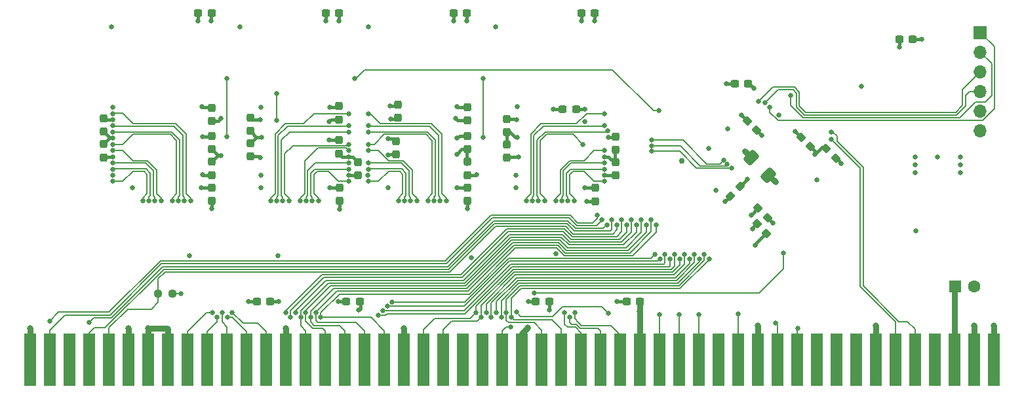
<source format=gbr>
%TF.GenerationSoftware,KiCad,Pcbnew,(6.0.6)*%
%TF.CreationDate,2022-07-10T09:52:36+02:00*%
%TF.ProjectId,GottaGoFaSDZ3,476f7474-6147-46f4-9661-53445a332e6b,rev?*%
%TF.SameCoordinates,Original*%
%TF.FileFunction,Copper,L4,Bot*%
%TF.FilePolarity,Positive*%
%FSLAX46Y46*%
G04 Gerber Fmt 4.6, Leading zero omitted, Abs format (unit mm)*
G04 Created by KiCad (PCBNEW (6.0.6)) date 2022-07-10 09:52:36*
%MOMM*%
%LPD*%
G01*
G04 APERTURE LIST*
G04 Aperture macros list*
%AMRoundRect*
0 Rectangle with rounded corners*
0 $1 Rounding radius*
0 $2 $3 $4 $5 $6 $7 $8 $9 X,Y pos of 4 corners*
0 Add a 4 corners polygon primitive as box body*
4,1,4,$2,$3,$4,$5,$6,$7,$8,$9,$2,$3,0*
0 Add four circle primitives for the rounded corners*
1,1,$1+$1,$2,$3*
1,1,$1+$1,$4,$5*
1,1,$1+$1,$6,$7*
1,1,$1+$1,$8,$9*
0 Add four rect primitives between the rounded corners*
20,1,$1+$1,$2,$3,$4,$5,0*
20,1,$1+$1,$4,$5,$6,$7,0*
20,1,$1+$1,$6,$7,$8,$9,0*
20,1,$1+$1,$8,$9,$2,$3,0*%
G04 Aperture macros list end*
%TA.AperFunction,ComponentPad*%
%ADD10R,1.700000X1.700000*%
%TD*%
%TA.AperFunction,ComponentPad*%
%ADD11O,1.700000X1.700000*%
%TD*%
%TA.AperFunction,ConnectorPad*%
%ADD12R,1.524000X6.754000*%
%TD*%
%TA.AperFunction,ComponentPad*%
%ADD13R,1.600000X1.600000*%
%TD*%
%TA.AperFunction,ComponentPad*%
%ADD14C,1.600000*%
%TD*%
%TA.AperFunction,SMDPad,CuDef*%
%ADD15RoundRect,0.250000X0.751301X0.167938X0.167938X0.751301X-0.751301X-0.167938X-0.167938X-0.751301X0*%
%TD*%
%TA.AperFunction,SMDPad,CuDef*%
%ADD16RoundRect,0.237500X-0.237500X0.300000X-0.237500X-0.300000X0.237500X-0.300000X0.237500X0.300000X0*%
%TD*%
%TA.AperFunction,SMDPad,CuDef*%
%ADD17RoundRect,0.237500X0.237500X-0.300000X0.237500X0.300000X-0.237500X0.300000X-0.237500X-0.300000X0*%
%TD*%
%TA.AperFunction,SMDPad,CuDef*%
%ADD18RoundRect,0.237500X-0.380070X0.044194X0.044194X-0.380070X0.380070X-0.044194X-0.044194X0.380070X0*%
%TD*%
%TA.AperFunction,SMDPad,CuDef*%
%ADD19RoundRect,0.237500X0.300000X0.237500X-0.300000X0.237500X-0.300000X-0.237500X0.300000X-0.237500X0*%
%TD*%
%TA.AperFunction,SMDPad,CuDef*%
%ADD20RoundRect,0.237500X-0.300000X-0.237500X0.300000X-0.237500X0.300000X0.237500X-0.300000X0.237500X0*%
%TD*%
%TA.AperFunction,SMDPad,CuDef*%
%ADD21RoundRect,0.237500X0.250000X0.237500X-0.250000X0.237500X-0.250000X-0.237500X0.250000X-0.237500X0*%
%TD*%
%TA.AperFunction,SMDPad,CuDef*%
%ADD22RoundRect,0.237500X0.380070X-0.044194X-0.044194X0.380070X-0.380070X0.044194X0.044194X-0.380070X0*%
%TD*%
%TA.AperFunction,SMDPad,CuDef*%
%ADD23RoundRect,0.237500X-0.044194X-0.380070X0.380070X0.044194X0.044194X0.380070X-0.380070X-0.044194X0*%
%TD*%
%TA.AperFunction,ViaPad*%
%ADD24C,0.635000*%
%TD*%
%TA.AperFunction,ViaPad*%
%ADD25C,0.800000*%
%TD*%
%TA.AperFunction,ViaPad*%
%ADD26C,0.762000*%
%TD*%
%TA.AperFunction,Conductor*%
%ADD27C,0.762000*%
%TD*%
%TA.AperFunction,Conductor*%
%ADD28C,0.381000*%
%TD*%
%TA.AperFunction,Conductor*%
%ADD29C,0.254000*%
%TD*%
%TA.AperFunction,Conductor*%
%ADD30C,0.177800*%
%TD*%
%TA.AperFunction,Conductor*%
%ADD31C,0.152400*%
%TD*%
G04 APERTURE END LIST*
D10*
%TO.P,J1,1,Pin_1*%
%TO.N,/TMS*%
X213158741Y-72261674D03*
D11*
%TO.P,J1,2,Pin_2*%
%TO.N,/TDI*%
X213158741Y-74801674D03*
%TO.P,J1,3,Pin_3*%
%TO.N,/TDO*%
X213158741Y-77341674D03*
%TO.P,J1,4,Pin_4*%
%TO.N,/TCK*%
X213158741Y-79881674D03*
%TO.P,J1,5,Pin_5*%
%TO.N,GND*%
X213158741Y-82421674D03*
%TO.P,J1,6,Pin_6*%
%TO.N,+3V3*%
X213158741Y-84961674D03*
%TD*%
D12*
%TO.P,CN1,1,GND*%
%TO.N,GND*%
X214921933Y-114608782D03*
%TO.P,CN1,3,GND*%
X212381933Y-114608782D03*
%TO.P,CN1,5,+5*%
%TO.N,+5V*%
X209841933Y-114608782D03*
%TO.P,CN1,7,~{OWN}*%
%TO.N,unconnected-(CN1-Pad7)*%
X207301933Y-114608782D03*
%TO.P,CN1,9,~{SLAVE}*%
%TO.N,/~{SLAVE}*%
X204761933Y-114608782D03*
%TO.P,CN1,11,~{CFGOUT}*%
%TO.N,/~{CFGOUT}*%
X202221933Y-114608782D03*
%TO.P,CN1,13,GND*%
%TO.N,GND*%
X199681933Y-114608782D03*
%TO.P,CN1,15,CDAC*%
%TO.N,unconnected-(CN1-Pad15)*%
X197141933Y-114608782D03*
%TO.P,CN1,17,~{CINH}*%
%TO.N,unconnected-(CN1-Pad17)*%
X194601933Y-114608782D03*
%TO.P,CN1,19,~{INT2}*%
%TO.N,unconnected-(CN1-Pad19)*%
X192061933Y-114608782D03*
%TO.P,CN1,21,A5*%
%TO.N,/A5*%
X189521933Y-114608782D03*
%TO.P,CN1,23,A6*%
%TO.N,/A6*%
X186981933Y-114608782D03*
%TO.P,CN1,25,GND*%
%TO.N,GND*%
X184441933Y-114608782D03*
%TO.P,CN1,27,A2*%
%TO.N,/A2*%
X181901933Y-114608782D03*
%TO.P,CN1,29,~{LOCK}*%
%TO.N,unconnected-(CN1-Pad29)*%
X179361933Y-114608782D03*
%TO.P,CN1,31,FC0*%
%TO.N,/FC0*%
X176821933Y-114608782D03*
%TO.P,CN1,33,FC1*%
%TO.N,/FC1*%
X174281933Y-114608782D03*
%TO.P,CN1,35,FC2*%
%TO.N,/FC2*%
X171741933Y-114608782D03*
%TO.P,CN1,37,GND*%
%TO.N,GND*%
X169201933Y-114608782D03*
%TO.P,CN1,39,A13/D5*%
%TO.N,/AD13*%
X166661933Y-114608782D03*
%TO.P,CN1,41,A14/D6*%
%TO.N,/AD14*%
X164121933Y-114608782D03*
%TO.P,CN1,43,A15/D7*%
%TO.N,/AD15*%
X161581933Y-114608782D03*
%TO.P,CN1,45,A16/D8*%
%TO.N,/AD16*%
X159041933Y-114608782D03*
%TO.P,CN1,47,A17/D9*%
%TO.N,/AD17*%
X156501933Y-114608782D03*
%TO.P,CN1,49,GND*%
%TO.N,GND*%
X153961933Y-114608782D03*
%TO.P,CN1,51,~{DS0}*%
%TO.N,/~{DS0}*%
X151421933Y-114608782D03*
%TO.P,CN1,53,~{RST}*%
%TO.N,unconnected-(CN1-Pad53)*%
X148881933Y-114608782D03*
%TO.P,CN1,55,~{HALT}*%
%TO.N,unconnected-(CN1-Pad55)*%
X146341933Y-114608782D03*
%TO.P,CN1,57,A22/D14*%
%TO.N,/AD22*%
X143801933Y-114608782D03*
%TO.P,CN1,59,A23/D15*%
%TO.N,/AD23*%
X141261933Y-114608782D03*
%TO.P,CN1,61,GND*%
%TO.N,GND*%
X138721933Y-114608782D03*
%TO.P,CN1,63,A31/D31*%
%TO.N,/AD31*%
X136181933Y-114608782D03*
%TO.P,CN1,65,A30/D30*%
%TO.N,/AD30*%
X133641933Y-114608782D03*
%TO.P,CN1,67,A29/D29*%
%TO.N,/AD29*%
X131101933Y-114608782D03*
%TO.P,CN1,69,A28/D28*%
%TO.N,/AD28*%
X128561933Y-114608782D03*
%TO.P,CN1,71,A27/D27*%
%TO.N,/AD27*%
X126021933Y-114608782D03*
%TO.P,CN1,73,GND*%
%TO.N,GND*%
X123481933Y-114608782D03*
%TO.P,CN1,75,SD0/D16*%
%TO.N,/SD0*%
X120941933Y-114608782D03*
%TO.P,CN1,77,SD1/D17*%
%TO.N,/SD1*%
X118401933Y-114608782D03*
%TO.P,CN1,79,SD2/D18*%
%TO.N,/SD2*%
X115861933Y-114608782D03*
%TO.P,CN1,81,SD3/D19*%
%TO.N,/SD3*%
X113321933Y-114608782D03*
%TO.P,CN1,83,SD4/D20*%
%TO.N,/SD4*%
X110781933Y-114608782D03*
%TO.P,CN1,85,GND*%
%TO.N,GND*%
X108241933Y-114608782D03*
%TO.P,CN1,87,GND*%
X105701933Y-114608782D03*
%TO.P,CN1,89,GND*%
X103161933Y-114608782D03*
%TO.P,CN1,91,SENSEZ3*%
%TO.N,/SENSEZ3*%
X100621933Y-114608782D03*
%TO.P,CN1,93,DOE*%
%TO.N,/DOE*%
X98081933Y-114608782D03*
%TO.P,CN1,95,~{BCLR}*%
%TO.N,unconnected-(CN1-Pad95)*%
X95541933Y-114608782D03*
%TO.P,CN1,97,~{FCS}*%
%TO.N,/~{FCS}*%
X93001933Y-114608782D03*
%TO.P,CN1,99,GND*%
%TO.N,GND*%
X90461933Y-114608782D03*
%TD*%
D13*
%TO.P,C1,1*%
%TO.N,+5V*%
X209881927Y-105160276D03*
D14*
%TO.P,C1,2*%
%TO.N,GND*%
X212381927Y-105160276D03*
%TD*%
D15*
%TO.P,C16,1*%
%TO.N,GND*%
X185818720Y-90721496D03*
%TO.P,C16,2*%
%TO.N,+3V3*%
X183609012Y-88511788D03*
%TD*%
D16*
%TO.P,C17,1*%
%TO.N,+3V3*%
X163386712Y-92404577D03*
%TO.P,C17,2*%
%TO.N,GND*%
X163386712Y-94129577D03*
%TD*%
D17*
%TO.P,C32,1*%
%TO.N,+3V3*%
X132773069Y-90772390D03*
%TO.P,C32,2*%
%TO.N,GND*%
X132773069Y-89047390D03*
%TD*%
%TO.P,C25,1*%
%TO.N,+3V3*%
X146920869Y-90733990D03*
%TO.P,C25,2*%
%TO.N,GND*%
X146920869Y-89008990D03*
%TD*%
%TO.P,C22,1*%
%TO.N,+3V3*%
X152007069Y-88486990D03*
%TO.P,C22,2*%
%TO.N,GND*%
X152007069Y-86761990D03*
%TD*%
D18*
%TO.P,C12,1*%
%TO.N,+3V3*%
X183061466Y-83699282D03*
%TO.P,C12,2*%
%TO.N,GND*%
X184281226Y-84919042D03*
%TD*%
D16*
%TO.P,C27,1*%
%TO.N,+3V3*%
X146895469Y-81922390D03*
%TO.P,C27,2*%
%TO.N,GND*%
X146895469Y-83647390D03*
%TD*%
D18*
%TO.P,C10,1*%
%TO.N,+3V3*%
X184331466Y-97034282D03*
%TO.P,C10,2*%
%TO.N,GND*%
X185551226Y-98254042D03*
%TD*%
D19*
%TO.P,C13,1*%
%TO.N,+3V3*%
X183168481Y-78902116D03*
%TO.P,C13,2*%
%TO.N,GND*%
X181443481Y-78902116D03*
%TD*%
D16*
%TO.P,C33,1*%
%TO.N,+3V3*%
X130360069Y-86215590D03*
%TO.P,C33,2*%
%TO.N,GND*%
X130360069Y-87940590D03*
%TD*%
%TO.P,C23,1*%
%TO.N,+3V3*%
X152007069Y-83459990D03*
%TO.P,C23,2*%
%TO.N,GND*%
X152007069Y-85184990D03*
%TD*%
D20*
%TO.P,C8,1*%
%TO.N,+3V3*%
X202716120Y-73177636D03*
%TO.P,C8,2*%
%TO.N,GND*%
X204441120Y-73177636D03*
%TD*%
D16*
%TO.P,C31,1*%
%TO.N,+3V3*%
X130391669Y-92349990D03*
%TO.P,C31,2*%
%TO.N,GND*%
X130391669Y-94074990D03*
%TD*%
D21*
%TO.P,R2,1*%
%TO.N,+3V3*%
X108783920Y-106045236D03*
%TO.P,R2,2*%
%TO.N,/SENSEZ3*%
X106958920Y-106045236D03*
%TD*%
D20*
%TO.P,C6,1*%
%TO.N,+3V3*%
X155753900Y-107137200D03*
%TO.P,C6,2*%
%TO.N,GND*%
X157478900Y-107137200D03*
%TD*%
D16*
%TO.P,C26,1*%
%TO.N,+3V3*%
X146920869Y-85681590D03*
%TO.P,C26,2*%
%TO.N,GND*%
X146920869Y-87406590D03*
%TD*%
D19*
%TO.P,C35,1*%
%TO.N,+3V3*%
X130333569Y-69717690D03*
%TO.P,C35,2*%
%TO.N,GND*%
X128608569Y-69717690D03*
%TD*%
%TO.P,C28,1*%
%TO.N,+3V3*%
X146843569Y-69782490D03*
%TO.P,C28,2*%
%TO.N,GND*%
X145118569Y-69782490D03*
%TD*%
D16*
%TO.P,C34,1*%
%TO.N,+3V3*%
X130360069Y-81821390D03*
%TO.P,C34,2*%
%TO.N,GND*%
X130360069Y-83546390D03*
%TD*%
D17*
%TO.P,C29,1*%
%TO.N,+3V3*%
X137699569Y-88043990D03*
%TO.P,C29,2*%
%TO.N,GND*%
X137699569Y-86318990D03*
%TD*%
D22*
%TO.P,C14,1*%
%TO.N,+3V3*%
X194476592Y-88542957D03*
%TO.P,C14,2*%
%TO.N,GND*%
X193256832Y-87323197D03*
%TD*%
D16*
%TO.P,C38,1*%
%TO.N,+3V3*%
X113881668Y-92349989D03*
%TO.P,C38,2*%
%TO.N,GND*%
X113881668Y-94074989D03*
%TD*%
D17*
%TO.P,C36,1*%
%TO.N,+3V3*%
X118853869Y-88334790D03*
%TO.P,C36,2*%
%TO.N,GND*%
X118853869Y-86609790D03*
%TD*%
D20*
%TO.P,C4,1*%
%TO.N,+3V3*%
X119711300Y-107137200D03*
%TO.P,C4,2*%
%TO.N,GND*%
X121436300Y-107137200D03*
%TD*%
D17*
%TO.P,C18,1*%
%TO.N,+3V3*%
X166073569Y-90784790D03*
%TO.P,C18,2*%
%TO.N,GND*%
X166073569Y-89059790D03*
%TD*%
D16*
%TO.P,C44,1*%
%TO.N,+3V3*%
X99911669Y-83383190D03*
%TO.P,C44,2*%
%TO.N,GND*%
X99911669Y-85108190D03*
%TD*%
D18*
%TO.P,C15,1*%
%TO.N,+3V3*%
X190005189Y-85820210D03*
%TO.P,C15,2*%
%TO.N,GND*%
X191224949Y-87039970D03*
%TD*%
D20*
%TO.P,C5,1*%
%TO.N,+3V3*%
X131293700Y-107137200D03*
%TO.P,C5,2*%
%TO.N,GND*%
X133018700Y-107137200D03*
%TD*%
D19*
%TO.P,C19,1*%
%TO.N,+3V3*%
X160940569Y-82214490D03*
%TO.P,C19,2*%
%TO.N,GND*%
X159215569Y-82214490D03*
%TD*%
%TO.P,C20,1*%
%TO.N,+3V3*%
X163353569Y-69782490D03*
%TO.P,C20,2*%
%TO.N,GND*%
X161628569Y-69782490D03*
%TD*%
D17*
%TO.P,C39,1*%
%TO.N,+3V3*%
X113875469Y-90722390D03*
%TO.P,C39,2*%
%TO.N,GND*%
X113875469Y-88997390D03*
%TD*%
D16*
%TO.P,C41,1*%
%TO.N,+3V3*%
X113875469Y-81999190D03*
%TO.P,C41,2*%
%TO.N,GND*%
X113875469Y-83724190D03*
%TD*%
D23*
%TO.P,C11,1*%
%TO.N,+3V3*%
X180902466Y-93428042D03*
%TO.P,C11,2*%
%TO.N,GND*%
X182122226Y-92208282D03*
%TD*%
D16*
%TO.P,C24,1*%
%TO.N,+3V3*%
X146927069Y-92349990D03*
%TO.P,C24,2*%
%TO.N,GND*%
X146927069Y-94074990D03*
%TD*%
%TO.P,C21,1*%
%TO.N,+3V3*%
X166072469Y-85732390D03*
%TO.P,C21,2*%
%TO.N,GND*%
X166072469Y-87457390D03*
%TD*%
%TO.P,C40,1*%
%TO.N,+3V3*%
X113875469Y-85644590D03*
%TO.P,C40,2*%
%TO.N,GND*%
X113875469Y-87369590D03*
%TD*%
D20*
%TO.P,C7,1*%
%TO.N,+3V3*%
X167463300Y-107137200D03*
%TO.P,C7,2*%
%TO.N,GND*%
X169188300Y-107137200D03*
%TD*%
D22*
%TO.P,C9,1*%
%TO.N,+3V3*%
X185678325Y-96237955D03*
%TO.P,C9,2*%
%TO.N,GND*%
X184458565Y-95018195D03*
%TD*%
D16*
%TO.P,C37,1*%
%TO.N,+3V3*%
X118850029Y-83270784D03*
%TO.P,C37,2*%
%TO.N,GND*%
X118850029Y-84995784D03*
%TD*%
D17*
%TO.P,C30,1*%
%TO.N,+3V3*%
X137953569Y-83344990D03*
%TO.P,C30,2*%
%TO.N,GND*%
X137953569Y-81619990D03*
%TD*%
%TO.P,C43,1*%
%TO.N,+3V3*%
X99911669Y-88435590D03*
%TO.P,C43,2*%
%TO.N,GND*%
X99911669Y-86710590D03*
%TD*%
D19*
%TO.P,C42,1*%
%TO.N,+3V3*%
X113874369Y-69717690D03*
%TO.P,C42,2*%
%TO.N,GND*%
X112149369Y-69717690D03*
%TD*%
D24*
%TO.N,+3V3*%
X210566000Y-88392000D03*
X166204586Y-107135880D03*
X109903420Y-106045236D03*
X153277062Y-83560488D03*
X182725220Y-87630236D03*
X112681664Y-90658899D03*
X189272003Y-85083819D03*
X129013864Y-86214483D03*
X112707064Y-85757283D03*
X182305985Y-82966128D03*
X118604986Y-107135880D03*
X164650069Y-90760490D03*
X195136712Y-89203077D03*
X131630064Y-90785899D03*
X186389239Y-96948879D03*
X210566000Y-89408000D03*
X112529264Y-92360496D03*
X112630864Y-81871998D03*
X130238186Y-107135880D03*
X210566000Y-90424000D03*
X202740412Y-74168229D03*
X145600064Y-81871998D03*
X180184654Y-94145837D03*
X136650298Y-88103761D03*
X145594832Y-85969399D03*
X162110069Y-82214490D03*
X204724000Y-90424000D03*
X153531062Y-88360479D03*
X162110064Y-92360496D03*
X165088069Y-85846490D03*
X113850069Y-70798490D03*
X101080062Y-88360479D03*
X207645000Y-88392000D03*
X183956981Y-79537116D03*
X101080062Y-83559879D03*
X148070062Y-90645996D03*
X183720207Y-97681390D03*
X137021069Y-83433490D03*
X204724000Y-88392000D03*
X204724000Y-89408000D03*
X129115464Y-92360496D03*
X130360069Y-70798490D03*
X154774586Y-107135880D03*
X145600064Y-92360496D03*
X129115464Y-81960491D03*
X163380064Y-70798487D03*
X120149264Y-83586091D03*
X120174664Y-88462891D03*
X146870064Y-70798487D03*
%TO.N,GND*%
X184046292Y-99785500D03*
X178114147Y-87259566D03*
X101105469Y-90760490D03*
D25*
X103161933Y-110562184D03*
D24*
X153327862Y-85833483D03*
X136665469Y-92361290D03*
X161628569Y-70798490D03*
X134049269Y-90761090D03*
X153353269Y-81845690D03*
X197787412Y-79273629D03*
X153194669Y-92360490D03*
X122414968Y-101141478D03*
X145555462Y-88043283D03*
X180538214Y-84733883D03*
X134100069Y-71558690D03*
X162033869Y-83804657D03*
X120206269Y-90761090D03*
X110984970Y-101141479D03*
X101105469Y-81960490D03*
D25*
X214921939Y-110189178D03*
D24*
X192071499Y-91317421D03*
X120231669Y-81972690D03*
X150586465Y-71560487D03*
X162364069Y-94138490D03*
X136894062Y-81744083D03*
X128608574Y-70798493D03*
X205610620Y-73177636D03*
X120206269Y-92361290D03*
X183036346Y-91294162D03*
X100978469Y-71560490D03*
D25*
X154723933Y-110512184D03*
X184441939Y-110189178D03*
D24*
X186713020Y-91618036D03*
X115100862Y-88195683D03*
D26*
X174583540Y-88910557D03*
D25*
X123481939Y-110562180D03*
D24*
X117539269Y-71560490D03*
X120333262Y-85808083D03*
X103620062Y-92360496D03*
D25*
X212381939Y-110189178D03*
D24*
X183569565Y-95907195D03*
D25*
X169201933Y-108377784D03*
D24*
X132893980Y-108208458D03*
X191818412Y-88011229D03*
X115094664Y-83357288D03*
X113875469Y-95092290D03*
D25*
X105701927Y-110562180D03*
D24*
X131630064Y-88360479D03*
X158355968Y-100950319D03*
X153200869Y-90760490D03*
X187153490Y-82934377D03*
X145118569Y-70798490D03*
X122567374Y-107135884D03*
X146927069Y-95090990D03*
D25*
X199681939Y-110189178D03*
X90461927Y-110562180D03*
D24*
X184960420Y-85598236D03*
X180400981Y-78902116D03*
D25*
X138721939Y-110562180D03*
D24*
X147414780Y-101395478D03*
X164650064Y-88362485D03*
X179024447Y-92731634D03*
X145403062Y-83420483D03*
X204787500Y-97980500D03*
X130391669Y-95167190D03*
X112098574Y-70798493D03*
X157481180Y-108233858D03*
X158046069Y-82214490D03*
X129090064Y-83801483D03*
X136665462Y-85985883D03*
X101105462Y-85960483D03*
%TO.N,/~{CFGOUT}*%
X193900299Y-86087063D03*
%TO.N,/A5*%
X189550770Y-110544298D03*
%TO.N,/A6*%
X186731370Y-109858498D03*
%TO.N,/A2*%
X181915980Y-108691058D03*
%TO.N,/FC0*%
X176821933Y-108773424D03*
%TO.N,/FC1*%
X174281933Y-108773424D03*
%TO.N,/FC2*%
X171741933Y-108773424D03*
%TO.N,/AD13*%
X160779786Y-108517484D03*
%TO.N,/AD14*%
X160129786Y-109152484D03*
%TO.N,/AD15*%
X159479786Y-108517484D03*
%TO.N,/AD16*%
X178156780Y-101604458D03*
X152599786Y-109152484D03*
%TO.N,/AD17*%
X177521780Y-100971768D03*
X151949786Y-108517484D03*
%TO.N,/~{DS0}*%
X187732580Y-100842458D03*
X152542287Y-110429684D03*
X155550780Y-106024058D03*
%TO.N,/AD18*%
X151299786Y-109152484D03*
X176886780Y-101604458D03*
%TO.N,/AD19*%
X150649786Y-108517484D03*
X176251780Y-100969458D03*
%TO.N,/AD20*%
X175616780Y-101604458D03*
X149999786Y-109152484D03*
%TO.N,/AD22*%
X174346780Y-101604458D03*
X148699786Y-109152484D03*
%TO.N,/AD21*%
X174981780Y-100969458D03*
X149349786Y-108517484D03*
%TO.N,/AD23*%
X173711780Y-100969458D03*
X148049786Y-108517484D03*
%TO.N,/AD31*%
X171298780Y-97159458D03*
X127980974Y-109152484D03*
%TO.N,/AD30*%
X127330974Y-108517484D03*
X170663780Y-96524458D03*
%TO.N,/~{DTACK}*%
X135408580Y-108893758D03*
X173076780Y-101604458D03*
%TO.N,/AD29*%
X126680974Y-109152484D03*
X170028780Y-97159458D03*
%TO.N,/READ*%
X135992780Y-108310058D03*
X172441780Y-100969458D03*
%TO.N,/AD28*%
X126030974Y-108517484D03*
X169393780Y-96524458D03*
%TO.N,/~{DS2}*%
X171806780Y-101604458D03*
X136567164Y-107726838D03*
%TO.N,/AD27*%
X125380974Y-109152484D03*
X168758780Y-97159458D03*
%TO.N,/~{DS3}*%
X137162972Y-107143138D03*
X171171780Y-100969458D03*
%TO.N,/SD0*%
X116550974Y-108517484D03*
%TO.N,/AD26*%
X124730974Y-108503606D03*
X168123780Y-96524458D03*
%TO.N,/SD1*%
X115900974Y-109152484D03*
%TO.N,/AD25*%
X124080974Y-109153606D03*
X167488780Y-97159458D03*
%TO.N,/SD2*%
X115250974Y-108517484D03*
%TO.N,/AD24*%
X166853780Y-96524458D03*
X123430974Y-108495697D03*
%TO.N,/SD3*%
X114600974Y-109152484D03*
%TO.N,/SD4*%
X113950974Y-108517484D03*
%TO.N,/SENSEZ3*%
X166218780Y-97159458D03*
%TO.N,/DOE*%
X165583780Y-96524458D03*
%TO.N,/~{IORST}*%
X164948780Y-97159458D03*
X98081933Y-109800184D03*
%TO.N,/~{FCS}*%
X164313780Y-96524458D03*
%TO.N,/~{DS1}*%
X93001933Y-109596984D03*
X163678780Y-95889458D03*
%TO.N,/MD0*%
X158306469Y-94018478D03*
X164650069Y-87560490D03*
%TO.N,/MD1*%
X159106469Y-94018478D03*
X164650069Y-89160490D03*
%TO.N,/MD2*%
X159906469Y-94018478D03*
X164650069Y-89960490D03*
%TO.N,/MD3*%
X160706469Y-94018478D03*
X164650069Y-91560490D03*
%TO.N,/MD4*%
X156896469Y-94018478D03*
X161811069Y-86760490D03*
%TO.N,/MD5*%
X165069882Y-85032685D03*
X156096469Y-94018478D03*
%TO.N,/MD6*%
X155296469Y-94018478D03*
X164650069Y-84360490D03*
%TO.N,/MD7*%
X154496469Y-94018478D03*
X164650069Y-82760490D03*
%TO.N,/~{CS0}*%
X115882069Y-78227890D03*
X115882069Y-85771690D03*
X181060540Y-89840036D03*
X170678980Y-87664105D03*
X148946392Y-85811757D03*
X148946392Y-78242557D03*
%TO.N,/~{BUFOE}*%
X153250733Y-108474384D03*
X165150633Y-108639484D03*
%TO.N,/MD8*%
X134100069Y-82760490D03*
X144196469Y-94018478D03*
%TO.N,/MD9*%
X143396469Y-94018478D03*
X134100069Y-84360490D03*
%TO.N,/MD10*%
X142596469Y-94018478D03*
X134100069Y-85160490D03*
%TO.N,/MD11*%
X134100069Y-86760490D03*
X141796469Y-94018478D03*
%TO.N,/MD12*%
X140386469Y-94018478D03*
X134100069Y-87560490D03*
%TO.N,/MD13*%
X134100069Y-89160490D03*
X139586469Y-94018478D03*
%TO.N,/MD14*%
X138786469Y-94018478D03*
X134100069Y-89960490D03*
%TO.N,/MD15*%
X134100069Y-91560490D03*
X137986469Y-94018478D03*
%TO.N,/MD16*%
X101080069Y-82760490D03*
X111176469Y-94018478D03*
%TO.N,/MD17*%
X101080068Y-84360498D03*
X110376469Y-94018478D03*
%TO.N,/MD18*%
X109576469Y-94018478D03*
X101080069Y-85160490D03*
%TO.N,/MD19*%
X101080068Y-86760498D03*
X108776469Y-94018478D03*
%TO.N,/MD20*%
X101080069Y-87560490D03*
X107366469Y-94018478D03*
%TO.N,/MD21*%
X101080068Y-89160498D03*
X106566469Y-94018478D03*
%TO.N,/MD22*%
X105766469Y-94018478D03*
X101080068Y-89960498D03*
%TO.N,/MD23*%
X101080068Y-91560498D03*
X104966469Y-94018478D03*
%TO.N,/DQM2*%
X122282869Y-83611490D03*
X122282869Y-80182490D03*
X170714192Y-86941560D03*
X180454009Y-89357936D03*
%TO.N,/DQM3*%
X179986189Y-88806162D03*
X170714192Y-86218157D03*
%TO.N,/MD24*%
X125286469Y-94018478D03*
X131630060Y-87560490D03*
%TO.N,/MD25*%
X131630060Y-89160490D03*
X126086469Y-94018478D03*
%TO.N,/MD26*%
X131630069Y-89960490D03*
X126886469Y-94018478D03*
%TO.N,/MD27*%
X131630068Y-91560498D03*
X127686469Y-94018478D03*
%TO.N,/MD28*%
X123876469Y-94018478D03*
X131630060Y-86760490D03*
%TO.N,/MD29*%
X131630060Y-85160490D03*
X123076469Y-94018478D03*
%TO.N,/MD30*%
X131630060Y-84360490D03*
X122276469Y-94018478D03*
%TO.N,/MD31*%
X131630060Y-82760490D03*
X121476469Y-94018478D03*
%TO.N,/~{CS1}*%
X171643259Y-82393490D03*
X132315869Y-78202490D03*
%TO.N,/TMS*%
X185984891Y-81981656D03*
%TO.N,/TDI*%
X188686398Y-80428163D03*
%TO.N,/TDO*%
X184512893Y-81227481D03*
%TO.N,/TCK*%
X185377338Y-81346656D03*
%TO.N,/~{SLAVE}*%
X193917069Y-85134690D03*
%TD*%
D27*
%TO.N,+5V*%
X209841922Y-114608788D02*
X209841922Y-105200272D01*
D28*
%TO.N,+3V3*%
X163380064Y-70798487D02*
X163380064Y-69808979D01*
X112719350Y-81960490D02*
X113836769Y-81960490D01*
D29*
X183720194Y-97681382D02*
X183720194Y-97518554D01*
D28*
X112681669Y-90658890D02*
X112745169Y-90722390D01*
X164650069Y-90760490D02*
X166049269Y-90760490D01*
X183720207Y-97518550D02*
X184273774Y-96964957D01*
X148070069Y-90645990D02*
X147982069Y-90733990D01*
X154774574Y-107135884D02*
X155944074Y-107135884D01*
X180184654Y-94145837D02*
X180971774Y-93358716D01*
X166204574Y-107135884D02*
X167374074Y-107135884D01*
X129115469Y-81960490D02*
X130220969Y-81960490D01*
X112745169Y-90722390D02*
X113875469Y-90722390D01*
X130360069Y-70798490D02*
X130360069Y-69808982D01*
X112529269Y-92360490D02*
X113871167Y-92360490D01*
X120174669Y-88462890D02*
X120047669Y-88335890D01*
X119165335Y-83586090D02*
X118850029Y-83270784D01*
X132773069Y-90772390D02*
X131643569Y-90772390D01*
X130238174Y-107135884D02*
X131356874Y-107135884D01*
X182328312Y-82966128D02*
X183061458Y-83699274D01*
X137021062Y-83433488D02*
X137865079Y-83433488D01*
X145688558Y-81960490D02*
X146857369Y-81960490D01*
X165088069Y-85846490D02*
X165958369Y-85846490D01*
X162110064Y-92360496D02*
X163342625Y-92360496D01*
X202740420Y-73201936D02*
X202740420Y-74168236D01*
X162110064Y-82214491D02*
X160940572Y-82214491D01*
X112630869Y-81872009D02*
X112719350Y-81960490D01*
X146870064Y-70798487D02*
X146870064Y-69808979D01*
X113850069Y-70798490D02*
X113850069Y-69808982D01*
D30*
X108783920Y-106045236D02*
X109903420Y-106045236D01*
D28*
X147982069Y-90733990D02*
X146920869Y-90733990D01*
X145600069Y-92360490D02*
X146916569Y-92360490D01*
D27*
X183606770Y-88511786D02*
X182725212Y-87630229D01*
D28*
X145600069Y-81872001D02*
X145688558Y-81960490D01*
X186389239Y-96948879D02*
X185678318Y-96237958D01*
X195136719Y-89170535D02*
X194333292Y-88367133D01*
X129115469Y-92360490D02*
X130381169Y-92360490D01*
X120047669Y-88335890D02*
X118854969Y-88335890D01*
X136683569Y-88070490D02*
X136650296Y-88103763D01*
X190065540Y-85877356D02*
X189272012Y-85083828D01*
X153176569Y-83459990D02*
X152007069Y-83459990D01*
X183956985Y-79537128D02*
X183321985Y-78902128D01*
X130358969Y-86214490D02*
X129013869Y-86214490D01*
X145594821Y-85969390D02*
X145883721Y-85680490D01*
X153277069Y-83560490D02*
X153176569Y-83459990D01*
X101080069Y-83559890D02*
X100088369Y-83559890D01*
X145883721Y-85680490D02*
X146919769Y-85680490D01*
X182305981Y-82966116D02*
X182328300Y-82966116D01*
D30*
X195136712Y-89203077D02*
X195136712Y-89170543D01*
D28*
X119876074Y-107135880D02*
X118604974Y-107135880D01*
X120149269Y-83586090D02*
X119165335Y-83586090D01*
X112707069Y-85757290D02*
X113762769Y-85757290D01*
X101080069Y-88360490D02*
X99986769Y-88360490D01*
X153531062Y-88360479D02*
X152039066Y-88360479D01*
X131643569Y-90772390D02*
X131630069Y-90785890D01*
X137853069Y-88070490D02*
X136683569Y-88070490D01*
%TO.N,GND*%
X100763962Y-85960483D02*
X99911669Y-85108190D01*
X137829476Y-81744083D02*
X136894062Y-81744083D01*
D27*
X108176376Y-110565288D02*
X108241933Y-110630845D01*
D28*
X159215557Y-82214491D02*
X158046064Y-82214491D01*
X114701562Y-88195683D02*
X113875469Y-87369590D01*
D27*
X90461933Y-110562186D02*
X90461933Y-114981784D01*
D28*
X132893980Y-108208458D02*
X133081874Y-108020564D01*
X184281216Y-84919033D02*
X184960412Y-85598229D01*
X146920869Y-87406590D02*
X146192155Y-87406590D01*
X119662321Y-85808083D02*
X118850029Y-84995791D01*
X130391662Y-94074996D02*
X130391662Y-95167196D01*
X181443478Y-78902128D02*
X180400985Y-78902128D01*
X165158064Y-88362485D02*
X165855369Y-89059790D01*
D27*
X214921933Y-114608782D02*
X214921933Y-110189182D01*
D28*
X163386719Y-94129581D02*
X162372980Y-94129581D01*
X100661769Y-85960490D02*
X99911669Y-86710590D01*
X184458559Y-95018200D02*
X183569559Y-95907200D01*
X164650064Y-88362485D02*
X165158064Y-88362485D01*
X101105462Y-85960483D02*
X100763962Y-85960483D01*
D27*
X123481933Y-114981784D02*
X123481933Y-110562184D01*
X105701927Y-110562180D02*
X105705035Y-110565288D01*
D28*
X120333269Y-85808090D02*
X119655569Y-85808090D01*
X113881662Y-94074996D02*
X113881662Y-95086094D01*
X114677176Y-88195683D02*
X115100862Y-88195683D01*
X146192155Y-87406590D02*
X145555462Y-88043283D01*
X130360069Y-83546390D02*
X129345157Y-83546390D01*
D27*
X153961933Y-114981784D02*
X153961933Y-111274184D01*
X90461927Y-110562180D02*
X90461933Y-110562186D01*
D28*
X128608562Y-69782490D02*
X128608562Y-70798490D01*
X146895469Y-83647390D02*
X145629969Y-83647390D01*
D27*
X105705035Y-110565288D02*
X108176376Y-110565288D01*
D28*
X146927062Y-94074996D02*
X146927062Y-95090996D01*
X191818420Y-88011236D02*
X191818420Y-87630236D01*
X165946557Y-87154995D02*
X165946557Y-88677496D01*
D30*
X113881668Y-95086091D02*
X113875469Y-95092290D01*
D28*
X119655569Y-85808090D02*
X118853869Y-86609790D01*
X131630069Y-88360490D02*
X132086169Y-88360490D01*
X182191533Y-92138957D02*
X183036337Y-91294153D01*
X152438369Y-85184990D02*
X152007069Y-85184990D01*
X101105469Y-85960490D02*
X100661769Y-85960490D01*
X136665469Y-85985890D02*
X137366469Y-85985890D01*
X145629969Y-83647390D02*
X145403069Y-83420490D01*
X137366469Y-85985890D02*
X137699569Y-86318990D01*
D27*
X169201939Y-114981788D02*
X169201939Y-108377788D01*
D28*
X192682277Y-87147364D02*
X191818412Y-88011229D01*
D27*
X199681933Y-114608782D02*
X199681933Y-110189182D01*
D28*
X191818420Y-87630236D02*
X191285300Y-87097116D01*
X129345157Y-83546390D02*
X129090064Y-83801483D01*
X114727762Y-83724190D02*
X115094664Y-83357288D01*
X153327862Y-85833483D02*
X153086862Y-85833483D01*
X121397869Y-107135880D02*
X122567386Y-107135880D01*
X153086862Y-85833483D02*
X152438369Y-85184990D01*
X157481180Y-108233858D02*
X157481180Y-107323778D01*
D27*
X184441933Y-114608782D02*
X184441933Y-110189182D01*
D28*
X184046301Y-99631967D02*
X184046301Y-99785488D01*
X146800062Y-87698478D02*
X146800062Y-89301980D01*
X132086169Y-88360490D02*
X132773069Y-89047390D01*
X152007069Y-85184990D02*
X152007069Y-86761990D01*
D27*
X212381933Y-114608782D02*
X212381933Y-110189182D01*
D28*
X113875469Y-83724190D02*
X114727762Y-83724190D01*
D30*
X162372982Y-94129577D02*
X162364069Y-94138490D01*
X120333262Y-85808083D02*
X119662328Y-85808083D01*
D28*
X130779958Y-88360479D02*
X130360069Y-87940590D01*
D27*
X105701933Y-114981784D02*
X105701933Y-110562186D01*
X103161939Y-110562188D02*
X103161939Y-114981788D01*
X153961933Y-111274184D02*
X154723933Y-110512184D01*
D28*
X114677176Y-88195683D02*
X113875469Y-88997390D01*
D27*
X169201939Y-108377788D02*
X169201939Y-107238750D01*
D28*
X204441120Y-73177629D02*
X205610612Y-73177629D01*
D27*
X108241933Y-110630845D02*
X108241933Y-114981784D01*
D28*
X133081874Y-108020564D02*
X133081874Y-107135884D01*
X112098562Y-69782490D02*
X112098562Y-70798490D01*
X145118557Y-69782487D02*
X145118557Y-70798487D01*
D27*
X138721933Y-114981784D02*
X138721933Y-110562184D01*
D28*
X131630064Y-88360479D02*
X130779958Y-88360479D01*
X193113533Y-87147364D02*
X192682277Y-87147364D01*
D27*
X185818729Y-90723745D02*
X186713012Y-91618029D01*
D28*
X161628557Y-69782487D02*
X161628557Y-70798487D01*
X185493540Y-98184728D02*
X184046301Y-99631967D01*
D30*
%TO.N,/~{CFGOUT}*%
X202221933Y-109750298D02*
X202221933Y-114608782D01*
X193900299Y-86087063D02*
X197663592Y-89850357D01*
X197663592Y-89850357D02*
X197663592Y-105191957D01*
X197663592Y-105191957D02*
X202221933Y-109750298D01*
%TO.N,/A5*%
X189521933Y-114608782D02*
X189521933Y-110573135D01*
X189521933Y-110573135D02*
X189550770Y-110544298D01*
%TO.N,/A6*%
X186981933Y-110109061D02*
X186981933Y-114608782D01*
X186731370Y-109858498D02*
X186981933Y-110109061D01*
%TO.N,/A2*%
X181901933Y-114608782D02*
X181901933Y-108705105D01*
X181901933Y-108705105D02*
X181915980Y-108691058D01*
%TO.N,/FC0*%
X176821933Y-114981784D02*
X176821933Y-108773424D01*
%TO.N,/FC1*%
X174281933Y-114981784D02*
X174281933Y-108773424D01*
%TO.N,/FC2*%
X171741933Y-114981784D02*
X171741933Y-108773424D01*
%TO.N,/AD13*%
X161235786Y-109787484D02*
X161235786Y-109799052D01*
X165452666Y-110194364D02*
X166661933Y-111403631D01*
X161631098Y-110194364D02*
X165452666Y-110194364D01*
X161235786Y-109799052D02*
X161631098Y-110194364D01*
X160779786Y-109331484D02*
X161235786Y-109787484D01*
X160779786Y-108517484D02*
X160779786Y-109331484D01*
%TO.N,/AD14*%
X164121933Y-114981784D02*
X164121933Y-110895631D01*
X161001882Y-110067364D02*
X160372666Y-110067364D01*
X160372666Y-110067364D02*
X160129786Y-109824484D01*
X160129786Y-109824484D02*
X160129786Y-109152484D01*
X164121933Y-110895631D02*
X163775786Y-110549484D01*
X161484002Y-110549484D02*
X161001882Y-110067364D01*
X163775786Y-110549484D02*
X161484002Y-110549484D01*
%TO.N,/AD15*%
X160854786Y-110422484D02*
X159838786Y-110422484D01*
X159479786Y-110063484D02*
X159479786Y-108517484D01*
X161581933Y-111149631D02*
X160854786Y-110422484D01*
X161581933Y-114981784D02*
X161581933Y-111149631D01*
X159838786Y-110422484D02*
X159479786Y-110063484D01*
%TO.N,/AD16*%
X152599786Y-109152484D02*
X152599786Y-106693161D01*
X157865448Y-109478458D02*
X159041933Y-110654943D01*
X152925760Y-109478458D02*
X157865448Y-109478458D01*
X174378598Y-105440347D02*
X178156780Y-101662167D01*
X152599786Y-109152484D02*
X152925760Y-109478458D01*
X159041933Y-110654943D02*
X159041933Y-114981784D01*
X152599786Y-106693161D02*
X153852600Y-105440347D01*
X153852600Y-105440347D02*
X174378598Y-105440347D01*
X178156780Y-101662167D02*
X178156780Y-101604458D01*
%TO.N,/AD17*%
X174231503Y-105085227D02*
X153705504Y-105085227D01*
X155565974Y-109845984D02*
X156501933Y-110781943D01*
X152263974Y-109845984D02*
X155565974Y-109845984D01*
X151949786Y-109531796D02*
X152263974Y-109845984D01*
X153705504Y-105085227D02*
X151949786Y-106840945D01*
X151949786Y-106840945D02*
X151949786Y-108517484D01*
X177521780Y-100971768D02*
X177521780Y-101794951D01*
X156501933Y-110781943D02*
X156501933Y-114981784D01*
X177521780Y-101794951D02*
X174231503Y-105085227D01*
X151949786Y-108517484D02*
X151949786Y-109531796D01*
%TO.N,/~{DS0}*%
X187732580Y-102874458D02*
X184582980Y-106024058D01*
X151421933Y-110917784D02*
X151910033Y-110429684D01*
X151421933Y-114981784D02*
X151421933Y-110917784D01*
X184582980Y-106024058D02*
X155550780Y-106024058D01*
X151910033Y-110429684D02*
X152542287Y-110429684D01*
X187732580Y-100842458D02*
X187732580Y-102874458D01*
%TO.N,/AD18*%
X174084408Y-104730107D02*
X176861380Y-101953135D01*
X153558409Y-104730107D02*
X174084408Y-104730107D01*
X176861380Y-101953135D02*
X176861380Y-101583167D01*
X151299786Y-109152484D02*
X151299786Y-106988729D01*
X151299786Y-106988729D02*
X153558409Y-104730107D01*
%TO.N,/AD19*%
X153411313Y-104374987D02*
X150649786Y-107136514D01*
X176251780Y-100969458D02*
X176251780Y-102032319D01*
X173909111Y-104374987D02*
X153411313Y-104374987D01*
X176251780Y-102032319D02*
X173909111Y-104374987D01*
X150649786Y-107136514D02*
X150649786Y-108517484D01*
%TO.N,/AD20*%
X175616780Y-102165103D02*
X173762016Y-104019867D01*
X175616780Y-101604458D02*
X175616780Y-102165103D01*
X153264217Y-104019867D02*
X149999786Y-107284298D01*
X149999786Y-107284298D02*
X149999786Y-109152484D01*
X173762016Y-104019867D02*
X153264217Y-104019867D01*
%TO.N,/AD22*%
X152970028Y-103309627D02*
X173409394Y-103309627D01*
X148699786Y-107579868D02*
X152970028Y-103309627D01*
X148699786Y-109152484D02*
X148191786Y-109660484D01*
X144852786Y-109660484D02*
X143801933Y-110711337D01*
X143801933Y-110711337D02*
X143801933Y-114981784D01*
X148191786Y-109660484D02*
X144852786Y-109660484D01*
X148699786Y-109152484D02*
X148699786Y-107579868D01*
X173409394Y-103309627D02*
X174346780Y-102372242D01*
X174346780Y-102372242D02*
X174346780Y-101604458D01*
%TO.N,/AD21*%
X174981780Y-100969458D02*
X174981780Y-102239458D01*
X149349786Y-107432084D02*
X149349786Y-108517484D01*
X173556489Y-103664747D02*
X153117123Y-103664747D01*
X153117123Y-103664747D02*
X149349786Y-107432084D01*
X174981780Y-102239458D02*
X173556489Y-103664747D01*
%TO.N,/AD23*%
X141261933Y-110711337D02*
X142693786Y-109279484D01*
X173711780Y-102505026D02*
X173262299Y-102954507D01*
X147287786Y-109279484D02*
X148049786Y-108517484D01*
X152822931Y-102954507D02*
X148049786Y-107727652D01*
X141261933Y-114981784D02*
X141261933Y-110711337D01*
X173711780Y-100969458D02*
X173711780Y-102505026D01*
X142693786Y-109279484D02*
X147287786Y-109279484D01*
X173262299Y-102954507D02*
X152822931Y-102954507D01*
X148049786Y-107727652D02*
X148049786Y-108517484D01*
%TO.N,/AD31*%
X136181933Y-110876443D02*
X136181933Y-114981784D01*
X147129548Y-106125658D02*
X153059288Y-100195918D01*
X127980974Y-109152484D02*
X134457974Y-109152484D01*
X153059288Y-100195918D02*
X158427060Y-100195918D01*
X158427060Y-100195918D02*
X159410049Y-101178907D01*
X127980974Y-108567599D02*
X130422915Y-106125658D01*
X130422915Y-106125658D02*
X147129548Y-106125658D01*
X159410049Y-101178907D02*
X168213493Y-101178907D01*
X134457974Y-109152484D02*
X136181933Y-110876443D01*
X171298780Y-98093620D02*
X171298780Y-97159458D01*
X168213493Y-101178907D02*
X171298780Y-98093620D01*
X127980974Y-109152484D02*
X127980974Y-108567599D01*
%TO.N,/AD30*%
X127330974Y-109518484D02*
X127599974Y-109787484D01*
X132552974Y-109787484D02*
X133641933Y-110876443D01*
X130027329Y-105770538D02*
X127330974Y-108466893D01*
X127330974Y-108517484D02*
X127330974Y-109518484D01*
X159557145Y-100823787D02*
X158574156Y-99840798D01*
X167908213Y-100823787D02*
X159557145Y-100823787D01*
X158574156Y-99840798D02*
X152912192Y-99840798D01*
X170663780Y-98068220D02*
X167908213Y-100823787D01*
X170663780Y-96524458D02*
X170663780Y-98068220D01*
X133641933Y-110876443D02*
X133641933Y-114981784D01*
X127330974Y-108466893D02*
X127330974Y-108517484D01*
X127599974Y-109787484D02*
X132552974Y-109787484D01*
X146982452Y-105770538D02*
X130027329Y-105770538D01*
X152912192Y-99840798D02*
X146982452Y-105770538D01*
%TO.N,/~{DTACK}*%
X146609980Y-108665658D02*
X147694666Y-107580972D01*
X136348380Y-108894258D02*
X136576980Y-108665658D01*
X147694666Y-107580556D02*
X152675836Y-102599387D01*
X135408580Y-108893758D02*
X135409080Y-108894258D01*
X136576980Y-108665658D02*
X146609980Y-108665658D01*
X147694666Y-107580972D02*
X147694666Y-107580556D01*
X173076780Y-102518858D02*
X173076780Y-101604458D01*
X152675836Y-102599387D02*
X172996251Y-102599387D01*
X172996251Y-102599387D02*
X173076780Y-102518858D01*
X135409080Y-108894258D02*
X136348380Y-108894258D01*
%TO.N,/AD29*%
X126680974Y-109757484D02*
X127117854Y-110194364D01*
X126680974Y-109152484D02*
X126680974Y-109757484D01*
X131101933Y-110876443D02*
X131101933Y-114981784D01*
X159704241Y-100468667D02*
X158721252Y-99485678D01*
X158721252Y-99485678D02*
X152765096Y-99485678D01*
X152765096Y-99485678D02*
X146835356Y-105415418D01*
X146835356Y-105415418D02*
X129607547Y-105415418D01*
X167653733Y-100468667D02*
X159704241Y-100468667D01*
X129607547Y-105415418D02*
X126680974Y-108341991D01*
X170028780Y-97159458D02*
X170028780Y-98093620D01*
X127117854Y-110194364D02*
X130419854Y-110194364D01*
X130419854Y-110194364D02*
X131101933Y-110876443D01*
X126680974Y-108341991D02*
X126680974Y-109152484D01*
X170028780Y-98093620D02*
X167653733Y-100468667D01*
%TO.N,/READ*%
X147339546Y-107433876D02*
X147339546Y-107433460D01*
X147339546Y-107433460D02*
X152528741Y-102244267D01*
X146462884Y-108310538D02*
X147339546Y-107433876D01*
X135993260Y-108310538D02*
X146462884Y-108310538D01*
X172441780Y-102112458D02*
X172441780Y-100969458D01*
X152528741Y-102244267D02*
X172309971Y-102244267D01*
X135992780Y-108310058D02*
X135993260Y-108310538D01*
X172309971Y-102244267D02*
X172441780Y-102112458D01*
%TO.N,/AD28*%
X126964974Y-110549484D02*
X128234974Y-110549484D01*
X126030974Y-108517484D02*
X126030974Y-109615484D01*
X128234974Y-110549484D02*
X128561933Y-110876443D01*
X158868348Y-99130558D02*
X152618000Y-99130558D01*
X169393780Y-96524458D02*
X169393780Y-98093620D01*
X129234940Y-105060298D02*
X126030974Y-108264264D01*
X159851337Y-100113547D02*
X158868348Y-99130558D01*
X167373853Y-100113547D02*
X159851337Y-100113547D01*
X146688260Y-105060298D02*
X129234940Y-105060298D01*
X126030974Y-108264264D02*
X126030974Y-108517484D01*
X126030974Y-109615484D02*
X126964974Y-110549484D01*
X128561933Y-110876443D02*
X128561933Y-114981784D01*
X169393780Y-98093620D02*
X167373853Y-100113547D01*
X152618000Y-99130558D02*
X146688260Y-105060298D01*
%TO.N,/~{DS2}*%
X171806780Y-101604458D02*
X171522091Y-101889147D01*
X146532800Y-107726838D02*
X136567164Y-107726838D01*
X152370491Y-101889147D02*
X146532800Y-107726838D01*
X171522091Y-101889147D02*
X152370491Y-101889147D01*
%TO.N,/AD27*%
X168758780Y-98093620D02*
X167093973Y-99758427D01*
X168758780Y-97159458D02*
X168758780Y-98093620D01*
X159998433Y-99758427D02*
X159015444Y-98775438D01*
X167093973Y-99758427D02*
X159998433Y-99758427D01*
X146541164Y-104705178D02*
X128954907Y-104705178D01*
X152470904Y-98775438D02*
X146541164Y-104705178D01*
X128954907Y-104705178D02*
X125380974Y-108279111D01*
X125380974Y-108279111D02*
X125380974Y-109152484D01*
X159015444Y-98775438D02*
X152470904Y-98775438D01*
X126021933Y-110876443D02*
X125380974Y-110235484D01*
X126021933Y-114981784D02*
X126021933Y-110876443D01*
X125380974Y-110235484D02*
X125380974Y-109152484D01*
%TO.N,/~{DS3}*%
X170607211Y-101534027D02*
X152223395Y-101534027D01*
X152223395Y-101534027D02*
X146614284Y-107143138D01*
X171171780Y-100969458D02*
X170607211Y-101534027D01*
X146614284Y-107143138D02*
X137162972Y-107143138D01*
%TO.N,/SD0*%
X119852974Y-109914484D02*
X120941933Y-111003443D01*
X117947974Y-109914484D02*
X119852974Y-109914484D01*
X116550974Y-108517484D02*
X117947974Y-109914484D01*
X120941933Y-111003443D02*
X120941933Y-114981784D01*
%TO.N,/AD26*%
X124730974Y-108283579D02*
X128664495Y-104350058D01*
X160145529Y-99403307D02*
X166839493Y-99403307D01*
X159162540Y-98420318D02*
X160145529Y-99403307D01*
X128664495Y-104350058D02*
X146394068Y-104350058D01*
X166839493Y-99403307D02*
X168123780Y-98119020D01*
X168123780Y-98119020D02*
X168123780Y-96524458D01*
X146394068Y-104350058D02*
X152323809Y-98420318D01*
X152323809Y-98420318D02*
X159162540Y-98420318D01*
X124730974Y-108503606D02*
X124730974Y-108283579D01*
%TO.N,/SD1*%
X116550974Y-109152484D02*
X118401933Y-111003443D01*
X115900974Y-109152484D02*
X116550974Y-109152484D01*
X118401933Y-111003443D02*
X118401933Y-114981784D01*
%TO.N,/AD25*%
X166534213Y-99048187D02*
X167488780Y-98093620D01*
X167488780Y-98093620D02*
X167488780Y-97159458D01*
X160292625Y-99048187D02*
X166534213Y-99048187D01*
X152176714Y-98065198D02*
X159309636Y-98065198D01*
X124080974Y-109153606D02*
X124080974Y-108309264D01*
X159309636Y-98065198D02*
X160292625Y-99048187D01*
X124080974Y-108309264D02*
X128395300Y-103994938D01*
X146246972Y-103994938D02*
X152176714Y-98065198D01*
X128395300Y-103994938D02*
X146246972Y-103994938D01*
%TO.N,/SD2*%
X115250974Y-108517484D02*
X115250974Y-109757484D01*
X115861933Y-110368443D02*
X115861933Y-114981784D01*
X115250974Y-109757484D02*
X115861933Y-110368443D01*
%TO.N,/AD24*%
X123430974Y-108313579D02*
X128108095Y-103636458D01*
X129007780Y-103636458D02*
X129011140Y-103639818D01*
X152029616Y-97710078D02*
X159456732Y-97710078D01*
X123430974Y-108495697D02*
X123430974Y-108313579D01*
X146099876Y-103639818D02*
X152029616Y-97710078D01*
X159456732Y-97710078D02*
X160439721Y-98693067D01*
X160439721Y-98693067D02*
X166218780Y-98693067D01*
X128108095Y-103636458D02*
X129007780Y-103636458D01*
X129011140Y-103639818D02*
X146099876Y-103639818D01*
X166853780Y-96524458D02*
X166853780Y-98058068D01*
X166218780Y-98693067D02*
X166853780Y-98058067D01*
%TO.N,/SD3*%
X114600974Y-109705484D02*
X113321933Y-110984525D01*
X114600974Y-109152484D02*
X114600974Y-109705484D01*
X113321933Y-110984525D02*
X113321933Y-114981784D01*
%TO.N,/SD4*%
X110781933Y-110984525D02*
X113248974Y-108517484D01*
X110781933Y-114981784D02*
X110781933Y-110984525D01*
X113248974Y-108517484D02*
X113950974Y-108517484D01*
%TO.N,/SENSEZ3*%
X100621933Y-114981784D02*
X100621933Y-110511384D01*
X106958920Y-107211736D02*
X106958920Y-106045236D01*
X100621933Y-110511384D02*
X103056082Y-108077236D01*
X165675291Y-98337947D02*
X166218780Y-97794458D01*
X166218780Y-97794458D02*
X166218780Y-97159458D01*
X150566300Y-97354958D02*
X159603828Y-97354958D01*
X159603828Y-97354958D02*
X160586817Y-98337947D01*
X106958920Y-106045236D02*
X106958920Y-104174398D01*
X107851980Y-103281338D02*
X144639920Y-103281338D01*
X144639920Y-103281338D02*
X150566300Y-97354958D01*
X103056082Y-108077236D02*
X106093420Y-108077236D01*
X160586817Y-98337947D02*
X165675291Y-98337947D01*
X106958920Y-104174398D02*
X107851980Y-103281338D01*
X106093420Y-108077236D02*
X106958920Y-107211736D01*
%TO.N,/DOE*%
X98081933Y-111194305D02*
X98081933Y-114608782D01*
X150419204Y-96999838D02*
X144492824Y-102926218D01*
X165583780Y-97794458D02*
X165395411Y-97982827D01*
X100136643Y-110494458D02*
X98781780Y-110494458D01*
X144492824Y-102926218D02*
X107704884Y-102926218D01*
X159750923Y-96999838D02*
X150419204Y-96999838D01*
X160733913Y-97982827D02*
X159750923Y-96999838D01*
X165583780Y-96524458D02*
X165583780Y-97794458D01*
X107704884Y-102926218D02*
X100136643Y-110494458D01*
X165395411Y-97982827D02*
X160733913Y-97982827D01*
X98781780Y-110494458D02*
X98081933Y-111194305D01*
%TO.N,/~{IORST}*%
X98081933Y-109800184D02*
X98683539Y-109198578D01*
X160881008Y-97627707D02*
X164480531Y-97627707D01*
X150272109Y-96644718D02*
X159898019Y-96644718D01*
X159898019Y-96644718D02*
X160881008Y-97627707D01*
X98683539Y-109198578D02*
X100930307Y-109198578D01*
X144345728Y-102571098D02*
X150272109Y-96644718D01*
X100930307Y-109198578D02*
X107557789Y-102571098D01*
X164480531Y-97627707D02*
X164948780Y-97159458D01*
X107557789Y-102571098D02*
X144345728Y-102571098D01*
%TO.N,/~{FCS}*%
X164313780Y-96580666D02*
X164313780Y-96524458D01*
X163621859Y-97272587D02*
X164313780Y-96580666D01*
X144198632Y-102215978D02*
X150125014Y-96289598D01*
X161028104Y-97272587D02*
X163621859Y-97272587D01*
X150125014Y-96289598D02*
X160045115Y-96289598D01*
X94971780Y-108843458D02*
X100783212Y-108843458D01*
X100783212Y-108843458D02*
X107410694Y-102215978D01*
X160045115Y-96289598D02*
X161028104Y-97272587D01*
X107410694Y-102215978D02*
X144198632Y-102215978D01*
X93001933Y-114608782D02*
X93001933Y-110813305D01*
X93001933Y-110813305D02*
X94971780Y-108843458D01*
%TO.N,/~{DS1}*%
X149977918Y-95934478D02*
X144051538Y-101860858D01*
X163678780Y-96326666D02*
X163087979Y-96917467D01*
X100636118Y-108488338D02*
X94110579Y-108488338D01*
X160192211Y-95934478D02*
X149977918Y-95934478D01*
X163087979Y-96917467D02*
X161175200Y-96917467D01*
X161175200Y-96917467D02*
X160192211Y-95934478D01*
X144051538Y-101860858D02*
X107263598Y-101860858D01*
X107263598Y-101860858D02*
X100636118Y-108488338D01*
X163678780Y-95889458D02*
X163678780Y-96326666D01*
X94110579Y-108488338D02*
X93001933Y-109596984D01*
%TO.N,/MD0*%
X163298469Y-87560490D02*
X164650060Y-87560490D01*
X158306469Y-93751678D02*
X158903269Y-93154878D01*
X158306469Y-94018478D02*
X158306469Y-93751678D01*
X161976469Y-88882490D02*
X163298469Y-87560490D01*
X160096869Y-88882490D02*
X161976469Y-88882490D01*
X158903269Y-90076090D02*
X160096869Y-88882490D01*
X158903269Y-93154878D02*
X158903269Y-90076090D01*
%TO.N,/MD1*%
X159106469Y-93612078D02*
X159309669Y-93408878D01*
X159309669Y-90177690D02*
X159309669Y-93408878D01*
X159309669Y-90177690D02*
X160325469Y-89161890D01*
X159106469Y-94018478D02*
X159106469Y-93612078D01*
X164648660Y-89161890D02*
X164650060Y-89160490D01*
X160325469Y-89161890D02*
X164648660Y-89161890D01*
%TO.N,/MD2*%
X160238069Y-89960490D02*
X159716069Y-90482490D01*
X164650069Y-89960490D02*
X160238069Y-89960490D01*
X159906469Y-93599278D02*
X159906469Y-94018478D01*
X159716069Y-93408878D02*
X159906469Y-93599278D01*
X159716069Y-93408878D02*
X159716069Y-90482490D01*
%TO.N,/MD3*%
X160706469Y-94018478D02*
X160706469Y-93738878D01*
X160122469Y-90660490D02*
X160528869Y-90254090D01*
X160122469Y-90660490D02*
X160122469Y-93154878D01*
X161976469Y-90254090D02*
X163282877Y-91560498D01*
X160528869Y-90254090D02*
X161976469Y-90254090D01*
X163282877Y-91560498D02*
X164650068Y-91560498D01*
X160706469Y-93738878D02*
X160122469Y-93154878D01*
%TO.N,/MD4*%
X157124469Y-85454090D02*
X160522469Y-85454090D01*
X156312469Y-93154877D02*
X156312469Y-86266090D01*
X156896469Y-93738878D02*
X156312469Y-93154877D01*
X156896469Y-94018478D02*
X156896469Y-93738878D01*
X156312469Y-86266090D02*
X157124469Y-85454090D01*
X160522469Y-85454090D02*
X161828877Y-86760498D01*
%TO.N,/MD5*%
X156096469Y-93599278D02*
X156096469Y-94018478D01*
X155906069Y-86215290D02*
X155906069Y-93408878D01*
X165069882Y-85032685D02*
X164942077Y-85160490D01*
X156960869Y-85160490D02*
X155906069Y-86215290D01*
X155906069Y-93408878D02*
X156096469Y-93599278D01*
X164942077Y-85160490D02*
X156960869Y-85160490D01*
%TO.N,/MD6*%
X156718069Y-84387290D02*
X164623260Y-84387290D01*
X155296469Y-94018478D02*
X155296469Y-93612078D01*
X155499669Y-93408878D02*
X155499669Y-85605689D01*
X155296469Y-93612078D02*
X155499669Y-93408878D01*
X155499669Y-85605690D02*
X156718069Y-84387290D01*
%TO.N,/MD7*%
X154496469Y-94018478D02*
X154496469Y-93751678D01*
X156439269Y-84107290D02*
X160967169Y-84107290D01*
X155093269Y-93154878D02*
X155093269Y-85453290D01*
X154496469Y-93751678D02*
X155093269Y-93154878D01*
X160967169Y-84107290D02*
X162313969Y-82760490D01*
X155093269Y-85453290D02*
X156439269Y-84107290D01*
X162313969Y-82760490D02*
X164650060Y-82760490D01*
D31*
%TO.N,/~{CS0}*%
X148946392Y-78242557D02*
X148946392Y-85811757D01*
X115882069Y-85771690D02*
X115882069Y-78227890D01*
X174327688Y-87664105D02*
X170678980Y-87664105D01*
X181060540Y-89840036D02*
X176503619Y-89840036D01*
X176503619Y-89840036D02*
X174327688Y-87664105D01*
D30*
%TO.N,/~{BUFOE}*%
X159201874Y-107737784D02*
X157918400Y-109021258D01*
X153797607Y-109021258D02*
X153250733Y-108474384D01*
X165150633Y-108639484D02*
X164248933Y-107737784D01*
X164248933Y-107737784D02*
X159201874Y-107737784D01*
X157918400Y-109021258D02*
X153797607Y-109021258D01*
%TO.N,/MD8*%
X143599669Y-93142078D02*
X144196469Y-93738878D01*
X142253669Y-84094490D02*
X143599669Y-85440490D01*
X134281769Y-82747690D02*
X135628569Y-84094490D01*
X134042878Y-82747690D02*
X134281769Y-82747690D01*
X143599669Y-85440490D02*
X143599669Y-93142078D01*
X144196469Y-93738878D02*
X144196469Y-94018478D01*
X135628569Y-84094490D02*
X142253669Y-84094490D01*
%TO.N,/MD9*%
X143193269Y-93396078D02*
X143396469Y-93599278D01*
X141974869Y-84374490D02*
X143193269Y-85592890D01*
X141974869Y-84374490D02*
X134069678Y-84374490D01*
X143193269Y-93396078D02*
X143193269Y-85592889D01*
X143396469Y-93599278D02*
X143396469Y-94018478D01*
%TO.N,/MD10*%
X142596469Y-94018478D02*
X142596469Y-93612078D01*
X142596469Y-94005678D02*
X142596469Y-93586478D01*
X142786869Y-86202490D02*
X141732069Y-85147690D01*
X142596469Y-93586478D02*
X142786869Y-93396078D01*
X141732069Y-85147690D02*
X134042869Y-85147690D01*
X142786869Y-93396078D02*
X142786869Y-86202490D01*
X142596469Y-93612078D02*
X142799669Y-93408878D01*
%TO.N,/MD11*%
X142380469Y-86253290D02*
X141568469Y-85441290D01*
X142380469Y-93142077D02*
X142380469Y-86253290D01*
X136194069Y-85441290D02*
X134887661Y-86747698D01*
X141796469Y-94005678D02*
X141796469Y-93726078D01*
X141796469Y-94018478D02*
X141796469Y-93751678D01*
X141568469Y-85441290D02*
X136194069Y-85441290D01*
X134887661Y-86747698D02*
X134042870Y-86747698D01*
X141796469Y-93726078D02*
X142380469Y-93142077D01*
%TO.N,/MD12*%
X139789669Y-90063290D02*
X138596069Y-88869690D01*
X139789669Y-93142078D02*
X140386469Y-93738878D01*
X135394469Y-87547690D02*
X134042878Y-87547690D01*
X139789669Y-93142078D02*
X139789669Y-90063290D01*
X140386469Y-94018478D02*
X140386469Y-93738878D01*
X138596069Y-88869690D02*
X136716469Y-88869690D01*
X136716469Y-88869690D02*
X135394469Y-87547690D01*
%TO.N,/MD13*%
X139586469Y-94018478D02*
X139586469Y-93599278D01*
X139383269Y-90164890D02*
X139383269Y-93396078D01*
X139383269Y-90164890D02*
X138367469Y-89149090D01*
X139383269Y-93396078D02*
X139586469Y-93599278D01*
X138367469Y-89149090D02*
X134044278Y-89149090D01*
%TO.N,/MD14*%
X138786469Y-93586478D02*
X138786469Y-94005678D01*
X138976869Y-93396078D02*
X138976869Y-90469690D01*
X138976869Y-93396078D02*
X138786469Y-93586478D01*
X138454869Y-89947690D02*
X138976869Y-90469690D01*
X134042869Y-89947690D02*
X138454869Y-89947690D01*
X138786469Y-94018478D02*
X138786469Y-93612078D01*
X138786469Y-93612078D02*
X138989669Y-93408878D01*
%TO.N,/MD15*%
X138570469Y-90647690D02*
X138570469Y-93142078D01*
X138570469Y-90647690D02*
X138164069Y-90241290D01*
X137986469Y-93726078D02*
X138570469Y-93142078D01*
X135410061Y-91547698D02*
X134042870Y-91547698D01*
X136716469Y-90241290D02*
X135410061Y-91547698D01*
X137986469Y-94018478D02*
X137986469Y-93751678D01*
X138164069Y-90241290D02*
X136716469Y-90241290D01*
X137986469Y-94005678D02*
X137986469Y-93726078D01*
%TO.N,/MD16*%
X102374469Y-82747690D02*
X103721269Y-84094490D01*
X110579669Y-85440490D02*
X109233669Y-84094490D01*
X110579669Y-93142078D02*
X110579669Y-85440490D01*
X111176469Y-94018478D02*
X111176469Y-93738878D01*
X110579669Y-93142078D02*
X111176469Y-93738878D01*
X109233669Y-84094490D02*
X103721269Y-84094490D01*
X102374469Y-82747690D02*
X101022878Y-82747690D01*
%TO.N,/MD17*%
X110376469Y-93599278D02*
X110376469Y-94018478D01*
X108954869Y-84374490D02*
X110173269Y-85592890D01*
X110173269Y-93396078D02*
X110376469Y-93599278D01*
X110173269Y-93396078D02*
X110173269Y-85592889D01*
X108954869Y-84374490D02*
X101049678Y-84374490D01*
%TO.N,/MD18*%
X109576469Y-94005678D02*
X109576469Y-93586478D01*
X109766869Y-86202490D02*
X108712069Y-85147690D01*
X109576469Y-93586478D02*
X109766869Y-93396078D01*
X109576469Y-94018478D02*
X109576469Y-93612078D01*
X109766869Y-93396078D02*
X109766869Y-86202490D01*
X108712069Y-85147690D02*
X101022869Y-85147690D01*
%TO.N,/MD19*%
X109360469Y-86253290D02*
X108548469Y-85441290D01*
X102401061Y-86747698D02*
X101022870Y-86747698D01*
X108776469Y-93726078D02*
X109360469Y-93142077D01*
X108548469Y-85441290D02*
X103707469Y-85441290D01*
X108776469Y-94005678D02*
X108776469Y-93726078D01*
X103707469Y-85441290D02*
X102401061Y-86747698D01*
X109360469Y-93142077D02*
X109360469Y-86253290D01*
X108776469Y-94018478D02*
X108776469Y-93751678D01*
%TO.N,/MD20*%
X106769669Y-93142078D02*
X107366469Y-93738878D01*
X107366469Y-94018478D02*
X107366469Y-93738878D01*
X105576069Y-88869690D02*
X103696469Y-88869690D01*
X106769669Y-90063290D02*
X105576069Y-88869690D01*
X102374469Y-87547690D02*
X101022878Y-87547690D01*
X103696469Y-88869690D02*
X102374469Y-87547690D01*
X106769669Y-93142078D02*
X106769669Y-90063290D01*
%TO.N,/MD21*%
X106363269Y-90164890D02*
X105347469Y-89149090D01*
X105347469Y-89149090D02*
X101024278Y-89149090D01*
X106363269Y-90164890D02*
X106363269Y-93396078D01*
X106363269Y-93396078D02*
X106566469Y-93599278D01*
X106566469Y-94018478D02*
X106566469Y-93599278D01*
%TO.N,/MD22*%
X105766469Y-94018478D02*
X105766469Y-93612078D01*
X105434869Y-89947690D02*
X105956869Y-90469690D01*
X105956869Y-93396078D02*
X105766469Y-93586478D01*
X105766469Y-93586478D02*
X105766469Y-94005678D01*
X105956869Y-93396078D02*
X105956869Y-90469690D01*
X101022869Y-89947690D02*
X105434869Y-89947690D01*
%TO.N,/MD23*%
X105550469Y-90647690D02*
X105550469Y-93142078D01*
X103696469Y-90241290D02*
X102390061Y-91547698D01*
X104966469Y-93726078D02*
X105550469Y-93142078D01*
X102390061Y-91547698D02*
X101022870Y-91547698D01*
X105550469Y-90647690D02*
X105144069Y-90241290D01*
X104966469Y-94018478D02*
X104966469Y-93751678D01*
X105144069Y-90241290D02*
X103696469Y-90241290D01*
X104966469Y-94005678D02*
X104966469Y-93726078D01*
D31*
%TO.N,/DQM2*%
X177011619Y-89560636D02*
X174392543Y-86941560D01*
X122282869Y-80182490D02*
X122282869Y-83611490D01*
X174392543Y-86941560D02*
X170714192Y-86941560D01*
X180251309Y-89560636D02*
X177011619Y-89560636D01*
X180454009Y-89357936D02*
X180251309Y-89560636D01*
%TO.N,/DQM3*%
X179472535Y-89319816D02*
X177837599Y-89319816D01*
X179986189Y-88806162D02*
X179472535Y-89319816D01*
X177837599Y-89319816D02*
X174735940Y-86218157D01*
X174735940Y-86218157D02*
X170714192Y-86218157D01*
%TO.N,/MD24*%
X127584846Y-87171230D02*
X131240800Y-87171230D01*
X125286469Y-93751678D02*
X125883269Y-93154878D01*
X125883269Y-93154878D02*
X125883269Y-88872807D01*
X131240800Y-87171230D02*
X131630060Y-87560490D01*
X125286469Y-94018478D02*
X125286469Y-93751678D01*
X125883269Y-88872807D02*
X127584846Y-87171230D01*
D30*
%TO.N,/MD25*%
X126086469Y-94018478D02*
X126086469Y-93612078D01*
X126289669Y-90177690D02*
X127305469Y-89161890D01*
X131628660Y-89161890D02*
X131630060Y-89160490D01*
X126086469Y-93612078D02*
X126289669Y-93408878D01*
X127305469Y-89161890D02*
X131628660Y-89161890D01*
X126289669Y-90177690D02*
X126289669Y-93408878D01*
%TO.N,/MD26*%
X126696069Y-93408878D02*
X126696069Y-90482490D01*
X131630069Y-89960490D02*
X127218069Y-89960490D01*
X126886469Y-93599278D02*
X126886469Y-94018478D01*
X127218069Y-89960490D02*
X126696069Y-90482490D01*
X126696069Y-93408878D02*
X126886469Y-93599278D01*
%TO.N,/MD27*%
X128956469Y-90254090D02*
X130262877Y-91560498D01*
X127508869Y-90254090D02*
X128956469Y-90254090D01*
X127102469Y-90660490D02*
X127102469Y-93154878D01*
X127686469Y-94018478D02*
X127686469Y-93738878D01*
X130262877Y-91560498D02*
X131630068Y-91560498D01*
X127102469Y-90660490D02*
X127508869Y-90254090D01*
X127686469Y-93738878D02*
X127102469Y-93154878D01*
%TO.N,/MD28*%
X123876469Y-94018478D02*
X123876469Y-93738878D01*
X123292469Y-87985890D02*
X123292469Y-93154877D01*
D31*
X131472840Y-86917710D02*
X124360649Y-86917710D01*
D30*
X123292469Y-93154877D02*
X123876469Y-93738878D01*
D31*
X131630060Y-86760490D02*
X131472840Y-86917710D01*
X124360649Y-86917710D02*
X123292469Y-87985890D01*
D30*
%TO.N,/MD29*%
X123076469Y-94018478D02*
X123076469Y-93599278D01*
X122886069Y-86215290D02*
X123940869Y-85160490D01*
X123076469Y-93599278D02*
X122886069Y-93408878D01*
X122886069Y-93408878D02*
X122886069Y-86215290D01*
X123940869Y-85160490D02*
X131630069Y-85160490D01*
%TO.N,/MD30*%
X122479669Y-93408878D02*
X122479669Y-85605689D01*
X123698069Y-84387290D02*
X131603260Y-84387290D01*
X122276469Y-94018478D02*
X122276469Y-93612078D01*
X122479669Y-85605690D02*
X123698069Y-84387290D01*
X122276469Y-93612078D02*
X122479669Y-93408878D01*
%TO.N,/MD31*%
X121476469Y-93751678D02*
X122073269Y-93154878D01*
X122073269Y-85453290D02*
X123419269Y-84107290D01*
X123419269Y-84107290D02*
X125736269Y-84107290D01*
X121476469Y-94018478D02*
X121476469Y-93751678D01*
X127083069Y-82760490D02*
X131630060Y-82760490D01*
X125736269Y-84107290D02*
X127083069Y-82760490D01*
X122073269Y-93154878D02*
X122073269Y-85453290D01*
D31*
%TO.N,/~{CS1}*%
X133604792Y-77099557D02*
X165634192Y-77099557D01*
X132315869Y-78202490D02*
X132501859Y-78202490D01*
X170928125Y-82393490D02*
X171643259Y-82393490D01*
X165634192Y-77099557D02*
X170928125Y-82393490D01*
X132501859Y-78202490D02*
X133604792Y-77099557D01*
D30*
%TO.N,/TMS*%
X213505014Y-83653963D02*
X215012998Y-82145979D01*
X185984891Y-82591256D02*
X187047598Y-83653963D01*
X215012998Y-74115931D02*
X213158741Y-72261674D01*
X187047598Y-83653963D02*
X213505014Y-83653963D01*
X185984891Y-81981656D02*
X185984891Y-82591256D01*
X215012998Y-82145979D02*
X215012998Y-74115931D01*
%TO.N,/TDI*%
X210516718Y-83298843D02*
X212574598Y-81240963D01*
X188686398Y-81705579D02*
X190279662Y-83298843D01*
X213844598Y-81240963D02*
X214657878Y-80427683D01*
X190279662Y-83298843D02*
X210516718Y-83298843D01*
X214657878Y-80427683D02*
X214657878Y-76300811D01*
X214657878Y-76300811D02*
X213158741Y-74801674D01*
X188686398Y-80428163D02*
X188686398Y-81705579D01*
X212574598Y-81240963D02*
X213844598Y-81240963D01*
%TO.N,/TDO*%
X189790318Y-81805067D02*
X190573854Y-82588603D01*
X210821998Y-81723563D02*
X210821998Y-79716963D01*
X210821998Y-79716963D02*
X210802725Y-79697690D01*
X189790318Y-80001667D02*
X189790318Y-81805067D01*
X190573854Y-82588603D02*
X209956958Y-82588603D01*
X186403931Y-79336443D02*
X189125094Y-79336443D01*
X210802725Y-79697690D02*
X213158741Y-77341674D01*
X189125094Y-79336443D02*
X189790318Y-80001667D01*
X209956958Y-82588603D02*
X210821998Y-81723563D01*
X184512893Y-81227481D02*
X186403931Y-79336443D01*
%TO.N,/TCK*%
X185377338Y-81346656D02*
X185377338Y-81336423D01*
X188977998Y-79691563D02*
X189435198Y-80148763D01*
X190426758Y-82943723D02*
X210109838Y-82943723D01*
X210109838Y-82943723D02*
X211253798Y-81799763D01*
X185377338Y-81336423D02*
X187022198Y-79691563D01*
X189435198Y-80148763D02*
X189435198Y-81952163D01*
X211800287Y-79881674D02*
X213158741Y-79881674D01*
X187022198Y-79691563D02*
X188977998Y-79691563D01*
X189435198Y-81952163D02*
X190426758Y-82943723D01*
X211253798Y-81799763D02*
X211253798Y-80428163D01*
X211253798Y-80428163D02*
X211800287Y-79881674D01*
%TO.N,/~{SLAVE}*%
X202661608Y-109687757D02*
X203759592Y-109687757D01*
X194118297Y-85134690D02*
X194640992Y-85657385D01*
X198018712Y-89703261D02*
X198018712Y-105044861D01*
X204761933Y-110690098D02*
X204761933Y-114608782D01*
X203759592Y-109687757D02*
X204761933Y-110690098D01*
X194640992Y-85657385D02*
X194640992Y-86325541D01*
X198018712Y-105044861D02*
X202661608Y-109687757D01*
X194640992Y-86325541D02*
X198018712Y-89703261D01*
X193917069Y-85134690D02*
X194118297Y-85134690D01*
%TD*%
M02*

</source>
